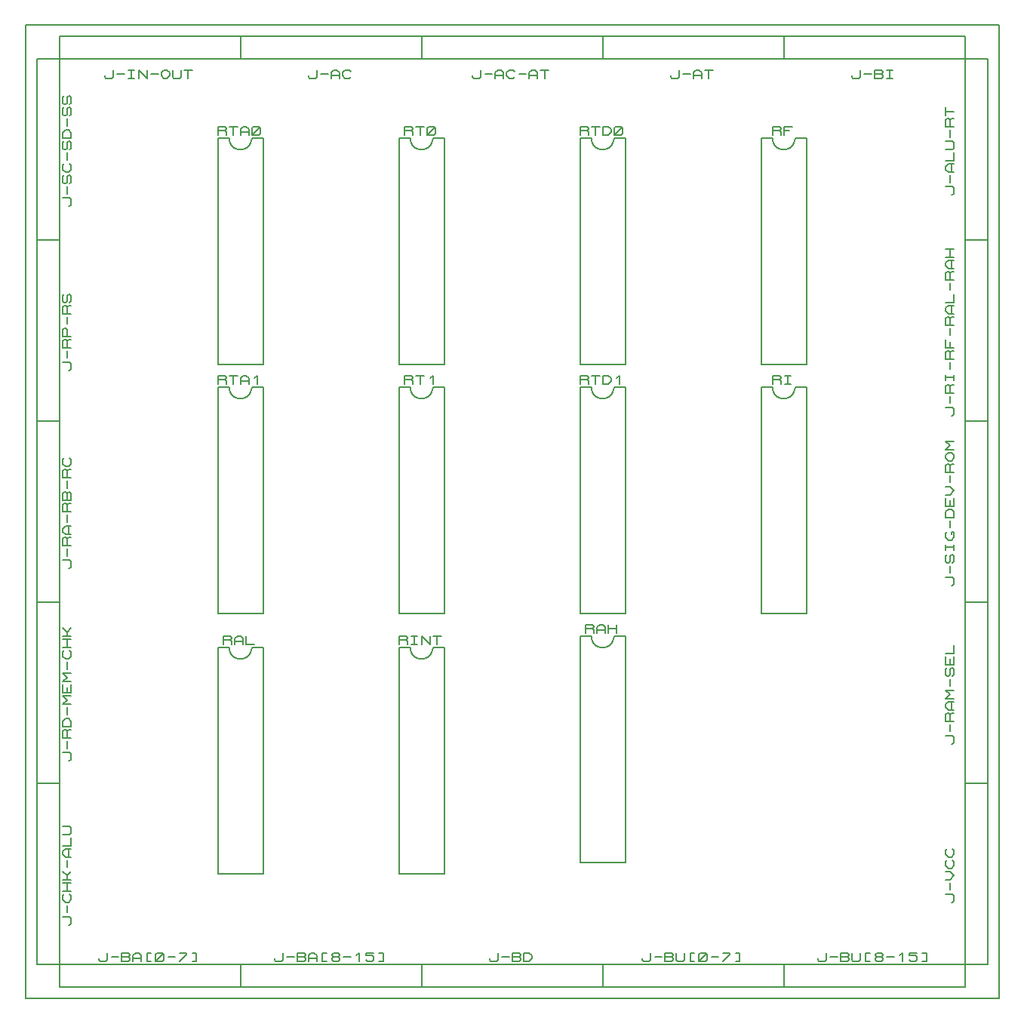
<source format=gbr>
G04 PROTEUS GERBER X2 FILE*
%TF.GenerationSoftware,Labcenter,Proteus,8.13-SP0-Build31525*%
%TF.CreationDate,2022-07-18T16:40:46+00:00*%
%TF.FileFunction,Legend,Top*%
%TF.FilePolarity,Positive*%
%TF.Part,Single*%
%TF.SameCoordinates,{e24a2c9c-2edf-4d0d-b778-41e989ec9892}*%
%FSLAX45Y45*%
%MOMM*%
G01*
%TA.AperFunction,Profile*%
%ADD15C,0.203200*%
%TA.AperFunction,Material*%
%ADD16C,0.203200*%
%TD.AperFunction*%
D15*
X-5461000Y-5715000D02*
X+5461000Y-5715000D01*
X+5461000Y+5207000D01*
X-5461000Y+5207000D01*
X-5461000Y-5715000D01*
D16*
X-3048000Y+4826000D02*
X-1016000Y+4826000D01*
X-1016000Y+5080000D01*
X-3048000Y+5080000D01*
X-3048000Y+4826000D01*
X-2286000Y+4643120D02*
X-2286000Y+4627880D01*
X-2270125Y+4612640D01*
X-2206625Y+4612640D01*
X-2190750Y+4627880D01*
X-2190750Y+4704080D01*
X-2143125Y+4658360D02*
X-2063750Y+4658360D01*
X-2032000Y+4612640D02*
X-2032000Y+4673600D01*
X-2000250Y+4704080D01*
X-1968500Y+4704080D01*
X-1936750Y+4673600D01*
X-1936750Y+4612640D01*
X-2032000Y+4643120D02*
X-1936750Y+4643120D01*
X-1809750Y+4627880D02*
X-1825625Y+4612640D01*
X-1873250Y+4612640D01*
X-1905000Y+4643120D01*
X-1905000Y+4673600D01*
X-1873250Y+4704080D01*
X-1825625Y+4704080D01*
X-1809750Y+4688840D01*
X-1016000Y+4826000D02*
X+1016000Y+4826000D01*
X+1016000Y+5080000D01*
X-1016000Y+5080000D01*
X-1016000Y+4826000D01*
X-444500Y+4643120D02*
X-444500Y+4627880D01*
X-428625Y+4612640D01*
X-365125Y+4612640D01*
X-349250Y+4627880D01*
X-349250Y+4704080D01*
X-301625Y+4658360D02*
X-222250Y+4658360D01*
X-190500Y+4612640D02*
X-190500Y+4673600D01*
X-158750Y+4704080D01*
X-127000Y+4704080D01*
X-95250Y+4673600D01*
X-95250Y+4612640D01*
X-190500Y+4643120D02*
X-95250Y+4643120D01*
X+31750Y+4627880D02*
X+15875Y+4612640D01*
X-31750Y+4612640D01*
X-63500Y+4643120D01*
X-63500Y+4673600D01*
X-31750Y+4704080D01*
X+15875Y+4704080D01*
X+31750Y+4688840D01*
X+79375Y+4658360D02*
X+158750Y+4658360D01*
X+190500Y+4612640D02*
X+190500Y+4673600D01*
X+222250Y+4704080D01*
X+254000Y+4704080D01*
X+285750Y+4673600D01*
X+285750Y+4612640D01*
X+190500Y+4643120D02*
X+285750Y+4643120D01*
X+317500Y+4704080D02*
X+412750Y+4704080D01*
X+365125Y+4704080D02*
X+365125Y+4612640D01*
X+1016000Y+4826000D02*
X+3048000Y+4826000D01*
X+3048000Y+5080000D01*
X+1016000Y+5080000D01*
X+1016000Y+4826000D01*
X+1778000Y+4643120D02*
X+1778000Y+4627880D01*
X+1793875Y+4612640D01*
X+1857375Y+4612640D01*
X+1873250Y+4627880D01*
X+1873250Y+4704080D01*
X+1920875Y+4658360D02*
X+2000250Y+4658360D01*
X+2032000Y+4612640D02*
X+2032000Y+4673600D01*
X+2063750Y+4704080D01*
X+2095500Y+4704080D01*
X+2127250Y+4673600D01*
X+2127250Y+4612640D01*
X+2032000Y+4643120D02*
X+2127250Y+4643120D01*
X+2159000Y+4704080D02*
X+2254250Y+4704080D01*
X+2206625Y+4704080D02*
X+2206625Y+4612640D01*
X+3048000Y+4826000D02*
X+5080000Y+4826000D01*
X+5080000Y+5080000D01*
X+3048000Y+5080000D01*
X+3048000Y+4826000D01*
X+3810000Y+4643120D02*
X+3810000Y+4627880D01*
X+3825875Y+4612640D01*
X+3889375Y+4612640D01*
X+3905250Y+4627880D01*
X+3905250Y+4704080D01*
X+3952875Y+4658360D02*
X+4032250Y+4658360D01*
X+4064000Y+4612640D02*
X+4064000Y+4704080D01*
X+4143375Y+4704080D01*
X+4159250Y+4688840D01*
X+4159250Y+4673600D01*
X+4143375Y+4658360D01*
X+4159250Y+4643120D01*
X+4159250Y+4627880D01*
X+4143375Y+4612640D01*
X+4064000Y+4612640D01*
X+4064000Y+4658360D02*
X+4143375Y+4658360D01*
X+4206875Y+4704080D02*
X+4270375Y+4704080D01*
X+4238625Y+4704080D02*
X+4238625Y+4612640D01*
X+4206875Y+4612640D02*
X+4270375Y+4612640D01*
X-5080000Y+4826000D02*
X-3048000Y+4826000D01*
X-3048000Y+5080000D01*
X-5080000Y+5080000D01*
X-5080000Y+4826000D01*
X-4572000Y+4643120D02*
X-4572000Y+4627880D01*
X-4556125Y+4612640D01*
X-4492625Y+4612640D01*
X-4476750Y+4627880D01*
X-4476750Y+4704080D01*
X-4429125Y+4658360D02*
X-4349750Y+4658360D01*
X-4302125Y+4704080D02*
X-4238625Y+4704080D01*
X-4270375Y+4704080D02*
X-4270375Y+4612640D01*
X-4302125Y+4612640D02*
X-4238625Y+4612640D01*
X-4191000Y+4612640D02*
X-4191000Y+4704080D01*
X-4095750Y+4612640D01*
X-4095750Y+4704080D01*
X-4048125Y+4658360D02*
X-3968750Y+4658360D01*
X-3937000Y+4673600D02*
X-3905250Y+4704080D01*
X-3873500Y+4704080D01*
X-3841750Y+4673600D01*
X-3841750Y+4643120D01*
X-3873500Y+4612640D01*
X-3905250Y+4612640D01*
X-3937000Y+4643120D01*
X-3937000Y+4673600D01*
X-3810000Y+4704080D02*
X-3810000Y+4627880D01*
X-3794125Y+4612640D01*
X-3730625Y+4612640D01*
X-3714750Y+4627880D01*
X-3714750Y+4704080D01*
X-3683000Y+4704080D02*
X-3587750Y+4704080D01*
X-3635375Y+4704080D02*
X-3635375Y+4612640D01*
X-5080000Y-5588000D02*
X-3048000Y-5588000D01*
X-3048000Y-5334000D01*
X-5080000Y-5334000D01*
X-5080000Y-5588000D01*
X-4635500Y-5262880D02*
X-4635500Y-5278120D01*
X-4619625Y-5293360D01*
X-4556125Y-5293360D01*
X-4540250Y-5278120D01*
X-4540250Y-5201920D01*
X-4492625Y-5247640D02*
X-4413250Y-5247640D01*
X-4381500Y-5293360D02*
X-4381500Y-5201920D01*
X-4302125Y-5201920D01*
X-4286250Y-5217160D01*
X-4286250Y-5232400D01*
X-4302125Y-5247640D01*
X-4286250Y-5262880D01*
X-4286250Y-5278120D01*
X-4302125Y-5293360D01*
X-4381500Y-5293360D01*
X-4381500Y-5247640D02*
X-4302125Y-5247640D01*
X-4254500Y-5293360D02*
X-4254500Y-5232400D01*
X-4222750Y-5201920D01*
X-4191000Y-5201920D01*
X-4159250Y-5232400D01*
X-4159250Y-5293360D01*
X-4254500Y-5262880D02*
X-4159250Y-5262880D01*
X-4048125Y-5201920D02*
X-4095750Y-5201920D01*
X-4095750Y-5293360D01*
X-4048125Y-5293360D01*
X-4000500Y-5278120D02*
X-4000500Y-5217160D01*
X-3984625Y-5201920D01*
X-3921125Y-5201920D01*
X-3905250Y-5217160D01*
X-3905250Y-5278120D01*
X-3921125Y-5293360D01*
X-3984625Y-5293360D01*
X-4000500Y-5278120D01*
X-4000500Y-5293360D02*
X-3905250Y-5201920D01*
X-3857625Y-5247640D02*
X-3778250Y-5247640D01*
X-3730625Y-5201920D02*
X-3651250Y-5201920D01*
X-3651250Y-5217160D01*
X-3730625Y-5293360D01*
X-3587750Y-5201920D02*
X-3540125Y-5201920D01*
X-3540125Y-5293360D01*
X-3587750Y-5293360D01*
X-3048000Y-5588000D02*
X-1016000Y-5588000D01*
X-1016000Y-5334000D01*
X-3048000Y-5334000D01*
X-3048000Y-5588000D01*
X-2667000Y-5262880D02*
X-2667000Y-5278120D01*
X-2651125Y-5293360D01*
X-2587625Y-5293360D01*
X-2571750Y-5278120D01*
X-2571750Y-5201920D01*
X-2524125Y-5247640D02*
X-2444750Y-5247640D01*
X-2413000Y-5293360D02*
X-2413000Y-5201920D01*
X-2333625Y-5201920D01*
X-2317750Y-5217160D01*
X-2317750Y-5232400D01*
X-2333625Y-5247640D01*
X-2317750Y-5262880D01*
X-2317750Y-5278120D01*
X-2333625Y-5293360D01*
X-2413000Y-5293360D01*
X-2413000Y-5247640D02*
X-2333625Y-5247640D01*
X-2286000Y-5293360D02*
X-2286000Y-5232400D01*
X-2254250Y-5201920D01*
X-2222500Y-5201920D01*
X-2190750Y-5232400D01*
X-2190750Y-5293360D01*
X-2286000Y-5262880D02*
X-2190750Y-5262880D01*
X-2079625Y-5201920D02*
X-2127250Y-5201920D01*
X-2127250Y-5293360D01*
X-2079625Y-5293360D01*
X-2000250Y-5247640D02*
X-2016125Y-5232400D01*
X-2016125Y-5217160D01*
X-2000250Y-5201920D01*
X-1952625Y-5201920D01*
X-1936750Y-5217160D01*
X-1936750Y-5232400D01*
X-1952625Y-5247640D01*
X-2000250Y-5247640D01*
X-2016125Y-5262880D01*
X-2016125Y-5278120D01*
X-2000250Y-5293360D01*
X-1952625Y-5293360D01*
X-1936750Y-5278120D01*
X-1936750Y-5262880D01*
X-1952625Y-5247640D01*
X-1889125Y-5247640D02*
X-1809750Y-5247640D01*
X-1746250Y-5232400D02*
X-1714500Y-5201920D01*
X-1714500Y-5293360D01*
X-1555750Y-5201920D02*
X-1635125Y-5201920D01*
X-1635125Y-5232400D01*
X-1571625Y-5232400D01*
X-1555750Y-5247640D01*
X-1555750Y-5278120D01*
X-1571625Y-5293360D01*
X-1619250Y-5293360D01*
X-1635125Y-5278120D01*
X-1492250Y-5201920D02*
X-1444625Y-5201920D01*
X-1444625Y-5293360D01*
X-1492250Y-5293360D01*
X-1016000Y-5588000D02*
X+1016000Y-5588000D01*
X+1016000Y-5334000D01*
X-1016000Y-5334000D01*
X-1016000Y-5588000D01*
X-254000Y-5262880D02*
X-254000Y-5278120D01*
X-238125Y-5293360D01*
X-174625Y-5293360D01*
X-158750Y-5278120D01*
X-158750Y-5201920D01*
X-111125Y-5247640D02*
X-31750Y-5247640D01*
X+0Y-5293360D02*
X+0Y-5201920D01*
X+79375Y-5201920D01*
X+95250Y-5217160D01*
X+95250Y-5232400D01*
X+79375Y-5247640D01*
X+95250Y-5262880D01*
X+95250Y-5278120D01*
X+79375Y-5293360D01*
X+0Y-5293360D01*
X+0Y-5247640D02*
X+79375Y-5247640D01*
X+127000Y-5293360D02*
X+127000Y-5201920D01*
X+190500Y-5201920D01*
X+222250Y-5232400D01*
X+222250Y-5262880D01*
X+190500Y-5293360D01*
X+127000Y-5293360D01*
X+1016000Y-5588000D02*
X+3048000Y-5588000D01*
X+3048000Y-5334000D01*
X+1016000Y-5334000D01*
X+1016000Y-5588000D01*
X+1460500Y-5262880D02*
X+1460500Y-5278120D01*
X+1476375Y-5293360D01*
X+1539875Y-5293360D01*
X+1555750Y-5278120D01*
X+1555750Y-5201920D01*
X+1603375Y-5247640D02*
X+1682750Y-5247640D01*
X+1714500Y-5293360D02*
X+1714500Y-5201920D01*
X+1793875Y-5201920D01*
X+1809750Y-5217160D01*
X+1809750Y-5232400D01*
X+1793875Y-5247640D01*
X+1809750Y-5262880D01*
X+1809750Y-5278120D01*
X+1793875Y-5293360D01*
X+1714500Y-5293360D01*
X+1714500Y-5247640D02*
X+1793875Y-5247640D01*
X+1841500Y-5201920D02*
X+1841500Y-5278120D01*
X+1857375Y-5293360D01*
X+1920875Y-5293360D01*
X+1936750Y-5278120D01*
X+1936750Y-5201920D01*
X+2047875Y-5201920D02*
X+2000250Y-5201920D01*
X+2000250Y-5293360D01*
X+2047875Y-5293360D01*
X+2095500Y-5278120D02*
X+2095500Y-5217160D01*
X+2111375Y-5201920D01*
X+2174875Y-5201920D01*
X+2190750Y-5217160D01*
X+2190750Y-5278120D01*
X+2174875Y-5293360D01*
X+2111375Y-5293360D01*
X+2095500Y-5278120D01*
X+2095500Y-5293360D02*
X+2190750Y-5201920D01*
X+2238375Y-5247640D02*
X+2317750Y-5247640D01*
X+2365375Y-5201920D02*
X+2444750Y-5201920D01*
X+2444750Y-5217160D01*
X+2365375Y-5293360D01*
X+2508250Y-5201920D02*
X+2555875Y-5201920D01*
X+2555875Y-5293360D01*
X+2508250Y-5293360D01*
X+3048000Y-5588000D02*
X+5080000Y-5588000D01*
X+5080000Y-5334000D01*
X+3048000Y-5334000D01*
X+3048000Y-5588000D01*
X+3429000Y-5262880D02*
X+3429000Y-5278120D01*
X+3444875Y-5293360D01*
X+3508375Y-5293360D01*
X+3524250Y-5278120D01*
X+3524250Y-5201920D01*
X+3571875Y-5247640D02*
X+3651250Y-5247640D01*
X+3683000Y-5293360D02*
X+3683000Y-5201920D01*
X+3762375Y-5201920D01*
X+3778250Y-5217160D01*
X+3778250Y-5232400D01*
X+3762375Y-5247640D01*
X+3778250Y-5262880D01*
X+3778250Y-5278120D01*
X+3762375Y-5293360D01*
X+3683000Y-5293360D01*
X+3683000Y-5247640D02*
X+3762375Y-5247640D01*
X+3810000Y-5201920D02*
X+3810000Y-5278120D01*
X+3825875Y-5293360D01*
X+3889375Y-5293360D01*
X+3905250Y-5278120D01*
X+3905250Y-5201920D01*
X+4016375Y-5201920D02*
X+3968750Y-5201920D01*
X+3968750Y-5293360D01*
X+4016375Y-5293360D01*
X+4095750Y-5247640D02*
X+4079875Y-5232400D01*
X+4079875Y-5217160D01*
X+4095750Y-5201920D01*
X+4143375Y-5201920D01*
X+4159250Y-5217160D01*
X+4159250Y-5232400D01*
X+4143375Y-5247640D01*
X+4095750Y-5247640D01*
X+4079875Y-5262880D01*
X+4079875Y-5278120D01*
X+4095750Y-5293360D01*
X+4143375Y-5293360D01*
X+4159250Y-5278120D01*
X+4159250Y-5262880D01*
X+4143375Y-5247640D01*
X+4206875Y-5247640D02*
X+4286250Y-5247640D01*
X+4349750Y-5232400D02*
X+4381500Y-5201920D01*
X+4381500Y-5293360D01*
X+4540250Y-5201920D02*
X+4460875Y-5201920D01*
X+4460875Y-5232400D01*
X+4524375Y-5232400D01*
X+4540250Y-5247640D01*
X+4540250Y-5278120D01*
X+4524375Y-5293360D01*
X+4476750Y-5293360D01*
X+4460875Y-5278120D01*
X+4603750Y-5201920D02*
X+4651375Y-5201920D01*
X+4651375Y-5293360D01*
X+4603750Y-5293360D01*
X-5334000Y+2794000D02*
X-5080000Y+2794000D01*
X-5080000Y+4826000D01*
X-5334000Y+4826000D01*
X-5334000Y+2794000D01*
X-4978400Y+3175000D02*
X-4963160Y+3175000D01*
X-4947920Y+3190875D01*
X-4947920Y+3254375D01*
X-4963160Y+3270250D01*
X-5039360Y+3270250D01*
X-4993640Y+3317875D02*
X-4993640Y+3397250D01*
X-4963160Y+3429000D02*
X-4947920Y+3444875D01*
X-4947920Y+3508375D01*
X-4963160Y+3524250D01*
X-4978400Y+3524250D01*
X-4993640Y+3508375D01*
X-4993640Y+3444875D01*
X-5008880Y+3429000D01*
X-5024120Y+3429000D01*
X-5039360Y+3444875D01*
X-5039360Y+3508375D01*
X-5024120Y+3524250D01*
X-4963160Y+3651250D02*
X-4947920Y+3635375D01*
X-4947920Y+3587750D01*
X-4978400Y+3556000D01*
X-5008880Y+3556000D01*
X-5039360Y+3587750D01*
X-5039360Y+3635375D01*
X-5024120Y+3651250D01*
X-4993640Y+3698875D02*
X-4993640Y+3778250D01*
X-4963160Y+3810000D02*
X-4947920Y+3825875D01*
X-4947920Y+3889375D01*
X-4963160Y+3905250D01*
X-4978400Y+3905250D01*
X-4993640Y+3889375D01*
X-4993640Y+3825875D01*
X-5008880Y+3810000D01*
X-5024120Y+3810000D01*
X-5039360Y+3825875D01*
X-5039360Y+3889375D01*
X-5024120Y+3905250D01*
X-4947920Y+3937000D02*
X-5039360Y+3937000D01*
X-5039360Y+4000500D01*
X-5008880Y+4032250D01*
X-4978400Y+4032250D01*
X-4947920Y+4000500D01*
X-4947920Y+3937000D01*
X-4993640Y+4079875D02*
X-4993640Y+4159250D01*
X-4963160Y+4191000D02*
X-4947920Y+4206875D01*
X-4947920Y+4270375D01*
X-4963160Y+4286250D01*
X-4978400Y+4286250D01*
X-4993640Y+4270375D01*
X-4993640Y+4206875D01*
X-5008880Y+4191000D01*
X-5024120Y+4191000D01*
X-5039360Y+4206875D01*
X-5039360Y+4270375D01*
X-5024120Y+4286250D01*
X-4963160Y+4318000D02*
X-4947920Y+4333875D01*
X-4947920Y+4397375D01*
X-4963160Y+4413250D01*
X-4978400Y+4413250D01*
X-4993640Y+4397375D01*
X-4993640Y+4333875D01*
X-5008880Y+4318000D01*
X-5024120Y+4318000D01*
X-5039360Y+4333875D01*
X-5039360Y+4397375D01*
X-5024120Y+4413250D01*
X-5334000Y+762000D02*
X-5080000Y+762000D01*
X-5080000Y+2794000D01*
X-5334000Y+2794000D01*
X-5334000Y+762000D01*
X-4978400Y+1333500D02*
X-4963160Y+1333500D01*
X-4947920Y+1349375D01*
X-4947920Y+1412875D01*
X-4963160Y+1428750D01*
X-5039360Y+1428750D01*
X-4993640Y+1476375D02*
X-4993640Y+1555750D01*
X-4947920Y+1587500D02*
X-5039360Y+1587500D01*
X-5039360Y+1666875D01*
X-5024120Y+1682750D01*
X-5008880Y+1682750D01*
X-4993640Y+1666875D01*
X-4993640Y+1587500D01*
X-4993640Y+1666875D02*
X-4978400Y+1682750D01*
X-4947920Y+1682750D01*
X-4947920Y+1714500D02*
X-5039360Y+1714500D01*
X-5039360Y+1793875D01*
X-5024120Y+1809750D01*
X-5008880Y+1809750D01*
X-4993640Y+1793875D01*
X-4993640Y+1714500D01*
X-4993640Y+1857375D02*
X-4993640Y+1936750D01*
X-4947920Y+1968500D02*
X-5039360Y+1968500D01*
X-5039360Y+2047875D01*
X-5024120Y+2063750D01*
X-5008880Y+2063750D01*
X-4993640Y+2047875D01*
X-4993640Y+1968500D01*
X-4993640Y+2047875D02*
X-4978400Y+2063750D01*
X-4947920Y+2063750D01*
X-4963160Y+2095500D02*
X-4947920Y+2111375D01*
X-4947920Y+2174875D01*
X-4963160Y+2190750D01*
X-4978400Y+2190750D01*
X-4993640Y+2174875D01*
X-4993640Y+2111375D01*
X-5008880Y+2095500D01*
X-5024120Y+2095500D01*
X-5039360Y+2111375D01*
X-5039360Y+2174875D01*
X-5024120Y+2190750D01*
X-5334000Y-1270000D02*
X-5080000Y-1270000D01*
X-5080000Y+762000D01*
X-5334000Y+762000D01*
X-5334000Y-1270000D01*
X-4978400Y-889000D02*
X-4963160Y-889000D01*
X-4947920Y-873125D01*
X-4947920Y-809625D01*
X-4963160Y-793750D01*
X-5039360Y-793750D01*
X-4993640Y-746125D02*
X-4993640Y-666750D01*
X-4947920Y-635000D02*
X-5039360Y-635000D01*
X-5039360Y-555625D01*
X-5024120Y-539750D01*
X-5008880Y-539750D01*
X-4993640Y-555625D01*
X-4993640Y-635000D01*
X-4993640Y-555625D02*
X-4978400Y-539750D01*
X-4947920Y-539750D01*
X-4947920Y-508000D02*
X-5008880Y-508000D01*
X-5039360Y-476250D01*
X-5039360Y-444500D01*
X-5008880Y-412750D01*
X-4947920Y-412750D01*
X-4978400Y-508000D02*
X-4978400Y-412750D01*
X-4993640Y-365125D02*
X-4993640Y-285750D01*
X-4947920Y-254000D02*
X-5039360Y-254000D01*
X-5039360Y-174625D01*
X-5024120Y-158750D01*
X-5008880Y-158750D01*
X-4993640Y-174625D01*
X-4993640Y-254000D01*
X-4993640Y-174625D02*
X-4978400Y-158750D01*
X-4947920Y-158750D01*
X-4947920Y-127000D02*
X-5039360Y-127000D01*
X-5039360Y-47625D01*
X-5024120Y-31750D01*
X-5008880Y-31750D01*
X-4993640Y-47625D01*
X-4978400Y-31750D01*
X-4963160Y-31750D01*
X-4947920Y-47625D01*
X-4947920Y-127000D01*
X-4993640Y-127000D02*
X-4993640Y-47625D01*
X-4993640Y+15875D02*
X-4993640Y+95250D01*
X-4947920Y+127000D02*
X-5039360Y+127000D01*
X-5039360Y+206375D01*
X-5024120Y+222250D01*
X-5008880Y+222250D01*
X-4993640Y+206375D01*
X-4993640Y+127000D01*
X-4993640Y+206375D02*
X-4978400Y+222250D01*
X-4947920Y+222250D01*
X-4963160Y+349250D02*
X-4947920Y+333375D01*
X-4947920Y+285750D01*
X-4978400Y+254000D01*
X-5008880Y+254000D01*
X-5039360Y+285750D01*
X-5039360Y+333375D01*
X-5024120Y+349250D01*
X-5334000Y-3302000D02*
X-5080000Y-3302000D01*
X-5080000Y-1270000D01*
X-5334000Y-1270000D01*
X-5334000Y-3302000D01*
X-4978400Y-3048000D02*
X-4963160Y-3048000D01*
X-4947920Y-3032125D01*
X-4947920Y-2968625D01*
X-4963160Y-2952750D01*
X-5039360Y-2952750D01*
X-4993640Y-2905125D02*
X-4993640Y-2825750D01*
X-4947920Y-2794000D02*
X-5039360Y-2794000D01*
X-5039360Y-2714625D01*
X-5024120Y-2698750D01*
X-5008880Y-2698750D01*
X-4993640Y-2714625D01*
X-4993640Y-2794000D01*
X-4993640Y-2714625D02*
X-4978400Y-2698750D01*
X-4947920Y-2698750D01*
X-4947920Y-2667000D02*
X-5039360Y-2667000D01*
X-5039360Y-2603500D01*
X-5008880Y-2571750D01*
X-4978400Y-2571750D01*
X-4947920Y-2603500D01*
X-4947920Y-2667000D01*
X-4993640Y-2524125D02*
X-4993640Y-2444750D01*
X-4947920Y-2413000D02*
X-5039360Y-2413000D01*
X-4993640Y-2365375D01*
X-5039360Y-2317750D01*
X-4947920Y-2317750D01*
X-4947920Y-2190750D02*
X-4947920Y-2286000D01*
X-5039360Y-2286000D01*
X-5039360Y-2190750D01*
X-4993640Y-2286000D02*
X-4993640Y-2222500D01*
X-4947920Y-2159000D02*
X-5039360Y-2159000D01*
X-4993640Y-2111375D01*
X-5039360Y-2063750D01*
X-4947920Y-2063750D01*
X-4993640Y-2016125D02*
X-4993640Y-1936750D01*
X-4963160Y-1809750D02*
X-4947920Y-1825625D01*
X-4947920Y-1873250D01*
X-4978400Y-1905000D01*
X-5008880Y-1905000D01*
X-5039360Y-1873250D01*
X-5039360Y-1825625D01*
X-5024120Y-1809750D01*
X-4947920Y-1778000D02*
X-5039360Y-1778000D01*
X-5039360Y-1682750D02*
X-4947920Y-1682750D01*
X-4993640Y-1778000D02*
X-4993640Y-1682750D01*
X-5039360Y-1651000D02*
X-4947920Y-1651000D01*
X-5039360Y-1555750D02*
X-4993640Y-1603375D01*
X-4947920Y-1555750D01*
X-4993640Y-1651000D02*
X-4993640Y-1603375D01*
X-5334000Y-5334000D02*
X-5080000Y-5334000D01*
X-5080000Y-3302000D01*
X-5334000Y-3302000D01*
X-5334000Y-5334000D01*
X-4978400Y-4889500D02*
X-4963160Y-4889500D01*
X-4947920Y-4873625D01*
X-4947920Y-4810125D01*
X-4963160Y-4794250D01*
X-5039360Y-4794250D01*
X-4993640Y-4746625D02*
X-4993640Y-4667250D01*
X-4963160Y-4540250D02*
X-4947920Y-4556125D01*
X-4947920Y-4603750D01*
X-4978400Y-4635500D01*
X-5008880Y-4635500D01*
X-5039360Y-4603750D01*
X-5039360Y-4556125D01*
X-5024120Y-4540250D01*
X-4947920Y-4508500D02*
X-5039360Y-4508500D01*
X-5039360Y-4413250D02*
X-4947920Y-4413250D01*
X-4993640Y-4508500D02*
X-4993640Y-4413250D01*
X-5039360Y-4381500D02*
X-4947920Y-4381500D01*
X-5039360Y-4286250D02*
X-4993640Y-4333875D01*
X-4947920Y-4286250D01*
X-4993640Y-4381500D02*
X-4993640Y-4333875D01*
X-4993640Y-4238625D02*
X-4993640Y-4159250D01*
X-4947920Y-4127500D02*
X-5008880Y-4127500D01*
X-5039360Y-4095750D01*
X-5039360Y-4064000D01*
X-5008880Y-4032250D01*
X-4947920Y-4032250D01*
X-4978400Y-4127500D02*
X-4978400Y-4032250D01*
X-5039360Y-4000500D02*
X-4947920Y-4000500D01*
X-4947920Y-3905250D01*
X-5039360Y-3873500D02*
X-4963160Y-3873500D01*
X-4947920Y-3857625D01*
X-4947920Y-3794125D01*
X-4963160Y-3778250D01*
X-5039360Y-3778250D01*
X+5080000Y+2794000D02*
X+5334000Y+2794000D01*
X+5334000Y+4826000D01*
X+5080000Y+4826000D01*
X+5080000Y+2794000D01*
X+4927600Y+3302000D02*
X+4942840Y+3302000D01*
X+4958080Y+3317875D01*
X+4958080Y+3381375D01*
X+4942840Y+3397250D01*
X+4866640Y+3397250D01*
X+4912360Y+3444875D02*
X+4912360Y+3524250D01*
X+4958080Y+3556000D02*
X+4897120Y+3556000D01*
X+4866640Y+3587750D01*
X+4866640Y+3619500D01*
X+4897120Y+3651250D01*
X+4958080Y+3651250D01*
X+4927600Y+3556000D02*
X+4927600Y+3651250D01*
X+4866640Y+3683000D02*
X+4958080Y+3683000D01*
X+4958080Y+3778250D01*
X+4866640Y+3810000D02*
X+4942840Y+3810000D01*
X+4958080Y+3825875D01*
X+4958080Y+3889375D01*
X+4942840Y+3905250D01*
X+4866640Y+3905250D01*
X+4912360Y+3952875D02*
X+4912360Y+4032250D01*
X+4958080Y+4064000D02*
X+4866640Y+4064000D01*
X+4866640Y+4143375D01*
X+4881880Y+4159250D01*
X+4897120Y+4159250D01*
X+4912360Y+4143375D01*
X+4912360Y+4064000D01*
X+4912360Y+4143375D02*
X+4927600Y+4159250D01*
X+4958080Y+4159250D01*
X+4866640Y+4191000D02*
X+4866640Y+4286250D01*
X+4866640Y+4238625D02*
X+4958080Y+4238625D01*
X+5080000Y+762000D02*
X+5334000Y+762000D01*
X+5334000Y+2794000D01*
X+5080000Y+2794000D01*
X+5080000Y+762000D01*
X+4927600Y+825500D02*
X+4942840Y+825500D01*
X+4958080Y+841375D01*
X+4958080Y+904875D01*
X+4942840Y+920750D01*
X+4866640Y+920750D01*
X+4912360Y+968375D02*
X+4912360Y+1047750D01*
X+4958080Y+1079500D02*
X+4866640Y+1079500D01*
X+4866640Y+1158875D01*
X+4881880Y+1174750D01*
X+4897120Y+1174750D01*
X+4912360Y+1158875D01*
X+4912360Y+1079500D01*
X+4912360Y+1158875D02*
X+4927600Y+1174750D01*
X+4958080Y+1174750D01*
X+4866640Y+1222375D02*
X+4866640Y+1285875D01*
X+4866640Y+1254125D02*
X+4958080Y+1254125D01*
X+4958080Y+1222375D02*
X+4958080Y+1285875D01*
X+4912360Y+1349375D02*
X+4912360Y+1428750D01*
X+4958080Y+1460500D02*
X+4866640Y+1460500D01*
X+4866640Y+1539875D01*
X+4881880Y+1555750D01*
X+4897120Y+1555750D01*
X+4912360Y+1539875D01*
X+4912360Y+1460500D01*
X+4912360Y+1539875D02*
X+4927600Y+1555750D01*
X+4958080Y+1555750D01*
X+4958080Y+1587500D02*
X+4866640Y+1587500D01*
X+4866640Y+1682750D01*
X+4912360Y+1587500D02*
X+4912360Y+1651000D01*
X+4912360Y+1730375D02*
X+4912360Y+1809750D01*
X+4958080Y+1841500D02*
X+4866640Y+1841500D01*
X+4866640Y+1920875D01*
X+4881880Y+1936750D01*
X+4897120Y+1936750D01*
X+4912360Y+1920875D01*
X+4912360Y+1841500D01*
X+4912360Y+1920875D02*
X+4927600Y+1936750D01*
X+4958080Y+1936750D01*
X+4958080Y+1968500D02*
X+4897120Y+1968500D01*
X+4866640Y+2000250D01*
X+4866640Y+2032000D01*
X+4897120Y+2063750D01*
X+4958080Y+2063750D01*
X+4927600Y+1968500D02*
X+4927600Y+2063750D01*
X+4866640Y+2095500D02*
X+4958080Y+2095500D01*
X+4958080Y+2190750D01*
X+4912360Y+2238375D02*
X+4912360Y+2317750D01*
X+4958080Y+2349500D02*
X+4866640Y+2349500D01*
X+4866640Y+2428875D01*
X+4881880Y+2444750D01*
X+4897120Y+2444750D01*
X+4912360Y+2428875D01*
X+4912360Y+2349500D01*
X+4912360Y+2428875D02*
X+4927600Y+2444750D01*
X+4958080Y+2444750D01*
X+4958080Y+2476500D02*
X+4897120Y+2476500D01*
X+4866640Y+2508250D01*
X+4866640Y+2540000D01*
X+4897120Y+2571750D01*
X+4958080Y+2571750D01*
X+4927600Y+2476500D02*
X+4927600Y+2571750D01*
X+4958080Y+2603500D02*
X+4866640Y+2603500D01*
X+4866640Y+2698750D02*
X+4958080Y+2698750D01*
X+4912360Y+2603500D02*
X+4912360Y+2698750D01*
X+5080000Y-1270000D02*
X+5334000Y-1270000D01*
X+5334000Y+762000D01*
X+5080000Y+762000D01*
X+5080000Y-1270000D01*
X+4927600Y-1079500D02*
X+4942840Y-1079500D01*
X+4958080Y-1063625D01*
X+4958080Y-1000125D01*
X+4942840Y-984250D01*
X+4866640Y-984250D01*
X+4912360Y-936625D02*
X+4912360Y-857250D01*
X+4942840Y-825500D02*
X+4958080Y-809625D01*
X+4958080Y-746125D01*
X+4942840Y-730250D01*
X+4927600Y-730250D01*
X+4912360Y-746125D01*
X+4912360Y-809625D01*
X+4897120Y-825500D01*
X+4881880Y-825500D01*
X+4866640Y-809625D01*
X+4866640Y-746125D01*
X+4881880Y-730250D01*
X+4866640Y-682625D02*
X+4866640Y-619125D01*
X+4866640Y-650875D02*
X+4958080Y-650875D01*
X+4958080Y-682625D02*
X+4958080Y-619125D01*
X+4927600Y-508000D02*
X+4927600Y-476250D01*
X+4958080Y-476250D01*
X+4958080Y-539750D01*
X+4927600Y-571500D01*
X+4897120Y-571500D01*
X+4866640Y-539750D01*
X+4866640Y-492125D01*
X+4881880Y-476250D01*
X+4912360Y-428625D02*
X+4912360Y-349250D01*
X+4958080Y-317500D02*
X+4866640Y-317500D01*
X+4866640Y-254000D01*
X+4897120Y-222250D01*
X+4927600Y-222250D01*
X+4958080Y-254000D01*
X+4958080Y-317500D01*
X+4958080Y-95250D02*
X+4958080Y-190500D01*
X+4866640Y-190500D01*
X+4866640Y-95250D01*
X+4912360Y-190500D02*
X+4912360Y-127000D01*
X+4866640Y-63500D02*
X+4912360Y-63500D01*
X+4958080Y-15875D01*
X+4912360Y+31750D01*
X+4866640Y+31750D01*
X+4912360Y+79375D02*
X+4912360Y+158750D01*
X+4958080Y+190500D02*
X+4866640Y+190500D01*
X+4866640Y+269875D01*
X+4881880Y+285750D01*
X+4897120Y+285750D01*
X+4912360Y+269875D01*
X+4912360Y+190500D01*
X+4912360Y+269875D02*
X+4927600Y+285750D01*
X+4958080Y+285750D01*
X+4897120Y+317500D02*
X+4866640Y+349250D01*
X+4866640Y+381000D01*
X+4897120Y+412750D01*
X+4927600Y+412750D01*
X+4958080Y+381000D01*
X+4958080Y+349250D01*
X+4927600Y+317500D01*
X+4897120Y+317500D01*
X+4958080Y+444500D02*
X+4866640Y+444500D01*
X+4912360Y+492125D01*
X+4866640Y+539750D01*
X+4958080Y+539750D01*
X+5080000Y-3302000D02*
X+5334000Y-3302000D01*
X+5334000Y-1270000D01*
X+5080000Y-1270000D01*
X+5080000Y-3302000D01*
X+4927600Y-2857500D02*
X+4942840Y-2857500D01*
X+4958080Y-2841625D01*
X+4958080Y-2778125D01*
X+4942840Y-2762250D01*
X+4866640Y-2762250D01*
X+4912360Y-2714625D02*
X+4912360Y-2635250D01*
X+4958080Y-2603500D02*
X+4866640Y-2603500D01*
X+4866640Y-2524125D01*
X+4881880Y-2508250D01*
X+4897120Y-2508250D01*
X+4912360Y-2524125D01*
X+4912360Y-2603500D01*
X+4912360Y-2524125D02*
X+4927600Y-2508250D01*
X+4958080Y-2508250D01*
X+4958080Y-2476500D02*
X+4897120Y-2476500D01*
X+4866640Y-2444750D01*
X+4866640Y-2413000D01*
X+4897120Y-2381250D01*
X+4958080Y-2381250D01*
X+4927600Y-2476500D02*
X+4927600Y-2381250D01*
X+4958080Y-2349500D02*
X+4866640Y-2349500D01*
X+4912360Y-2301875D01*
X+4866640Y-2254250D01*
X+4958080Y-2254250D01*
X+4912360Y-2206625D02*
X+4912360Y-2127250D01*
X+4942840Y-2095500D02*
X+4958080Y-2079625D01*
X+4958080Y-2016125D01*
X+4942840Y-2000250D01*
X+4927600Y-2000250D01*
X+4912360Y-2016125D01*
X+4912360Y-2079625D01*
X+4897120Y-2095500D01*
X+4881880Y-2095500D01*
X+4866640Y-2079625D01*
X+4866640Y-2016125D01*
X+4881880Y-2000250D01*
X+4958080Y-1873250D02*
X+4958080Y-1968500D01*
X+4866640Y-1968500D01*
X+4866640Y-1873250D01*
X+4912360Y-1968500D02*
X+4912360Y-1905000D01*
X+4866640Y-1841500D02*
X+4958080Y-1841500D01*
X+4958080Y-1746250D01*
X+5080000Y-5334000D02*
X+5334000Y-5334000D01*
X+5334000Y-3302000D01*
X+5080000Y-3302000D01*
X+5080000Y-5334000D01*
X+4927600Y-4635500D02*
X+4942840Y-4635500D01*
X+4958080Y-4619625D01*
X+4958080Y-4556125D01*
X+4942840Y-4540250D01*
X+4866640Y-4540250D01*
X+4912360Y-4492625D02*
X+4912360Y-4413250D01*
X+4866640Y-4381500D02*
X+4912360Y-4381500D01*
X+4958080Y-4333875D01*
X+4912360Y-4286250D01*
X+4866640Y-4286250D01*
X+4942840Y-4159250D02*
X+4958080Y-4175125D01*
X+4958080Y-4222750D01*
X+4927600Y-4254500D01*
X+4897120Y-4254500D01*
X+4866640Y-4222750D01*
X+4866640Y-4175125D01*
X+4881880Y-4159250D01*
X+4942840Y-4032250D02*
X+4958080Y-4048125D01*
X+4958080Y-4095750D01*
X+4927600Y-4127500D01*
X+4897120Y-4127500D01*
X+4866640Y-4095750D01*
X+4866640Y-4048125D01*
X+4881880Y-4032250D01*
X-3302000Y+3937000D02*
X-3175000Y+3937000D01*
X-3048000Y+3810000D02*
X-3022124Y+3812436D01*
X-2998152Y+3819485D01*
X-2976562Y+3830762D01*
X-2957830Y+3845878D01*
X-2942431Y+3864446D01*
X-2930842Y+3886081D01*
X-2923540Y+3910394D01*
X-2921000Y+3937000D01*
X-3048000Y+3810000D02*
X-3074606Y+3812436D01*
X-3098919Y+3819485D01*
X-3120554Y+3830762D01*
X-3139122Y+3845878D01*
X-3154238Y+3864446D01*
X-3165515Y+3886081D01*
X-3172564Y+3910394D01*
X-3175000Y+3937000D01*
X-2921000Y+3937000D02*
X-2794000Y+3937000D01*
X-3302000Y+1397000D02*
X-2794000Y+1397000D01*
X-3302000Y+3937000D02*
X-3302000Y+1397000D01*
X-2794000Y+3937000D02*
X-2794000Y+1397000D01*
X-3302000Y+3977640D02*
X-3302000Y+4069080D01*
X-3222625Y+4069080D01*
X-3206750Y+4053840D01*
X-3206750Y+4038600D01*
X-3222625Y+4023360D01*
X-3302000Y+4023360D01*
X-3222625Y+4023360D02*
X-3206750Y+4008120D01*
X-3206750Y+3977640D01*
X-3175000Y+4069080D02*
X-3079750Y+4069080D01*
X-3127375Y+4069080D02*
X-3127375Y+3977640D01*
X-3048000Y+3977640D02*
X-3048000Y+4038600D01*
X-3016250Y+4069080D01*
X-2984500Y+4069080D01*
X-2952750Y+4038600D01*
X-2952750Y+3977640D01*
X-3048000Y+4008120D02*
X-2952750Y+4008120D01*
X-2921000Y+3992880D02*
X-2921000Y+4053840D01*
X-2905125Y+4069080D01*
X-2841625Y+4069080D01*
X-2825750Y+4053840D01*
X-2825750Y+3992880D01*
X-2841625Y+3977640D01*
X-2905125Y+3977640D01*
X-2921000Y+3992880D01*
X-2921000Y+3977640D02*
X-2825750Y+4069080D01*
X-3302000Y+1143000D02*
X-3175000Y+1143000D01*
X-3048000Y+1016000D02*
X-3022124Y+1018436D01*
X-2998152Y+1025485D01*
X-2976562Y+1036762D01*
X-2957830Y+1051878D01*
X-2942431Y+1070446D01*
X-2930842Y+1092081D01*
X-2923540Y+1116394D01*
X-2921000Y+1143000D01*
X-3048000Y+1016000D02*
X-3074606Y+1018436D01*
X-3098919Y+1025485D01*
X-3120554Y+1036762D01*
X-3139122Y+1051878D01*
X-3154238Y+1070446D01*
X-3165515Y+1092081D01*
X-3172564Y+1116394D01*
X-3175000Y+1143000D01*
X-2921000Y+1143000D02*
X-2794000Y+1143000D01*
X-3302000Y-1397000D02*
X-2794000Y-1397000D01*
X-3302000Y+1143000D02*
X-3302000Y-1397000D01*
X-2794000Y+1143000D02*
X-2794000Y-1397000D01*
X-3302000Y+1183640D02*
X-3302000Y+1275080D01*
X-3222625Y+1275080D01*
X-3206750Y+1259840D01*
X-3206750Y+1244600D01*
X-3222625Y+1229360D01*
X-3302000Y+1229360D01*
X-3222625Y+1229360D02*
X-3206750Y+1214120D01*
X-3206750Y+1183640D01*
X-3175000Y+1275080D02*
X-3079750Y+1275080D01*
X-3127375Y+1275080D02*
X-3127375Y+1183640D01*
X-3048000Y+1183640D02*
X-3048000Y+1244600D01*
X-3016250Y+1275080D01*
X-2984500Y+1275080D01*
X-2952750Y+1244600D01*
X-2952750Y+1183640D01*
X-3048000Y+1214120D02*
X-2952750Y+1214120D01*
X-2889250Y+1244600D02*
X-2857500Y+1275080D01*
X-2857500Y+1183640D01*
X-1270000Y+3937000D02*
X-1143000Y+3937000D01*
X-1016000Y+3810000D02*
X-990124Y+3812436D01*
X-966152Y+3819485D01*
X-944562Y+3830762D01*
X-925830Y+3845878D01*
X-910431Y+3864446D01*
X-898842Y+3886081D01*
X-891540Y+3910394D01*
X-889000Y+3937000D01*
X-1016000Y+3810000D02*
X-1042606Y+3812436D01*
X-1066919Y+3819485D01*
X-1088554Y+3830762D01*
X-1107122Y+3845878D01*
X-1122238Y+3864446D01*
X-1133515Y+3886081D01*
X-1140564Y+3910394D01*
X-1143000Y+3937000D01*
X-889000Y+3937000D02*
X-762000Y+3937000D01*
X-1270000Y+1397000D02*
X-762000Y+1397000D01*
X-1270000Y+3937000D02*
X-1270000Y+1397000D01*
X-762000Y+3937000D02*
X-762000Y+1397000D01*
X-1206500Y+3977640D02*
X-1206500Y+4069080D01*
X-1127125Y+4069080D01*
X-1111250Y+4053840D01*
X-1111250Y+4038600D01*
X-1127125Y+4023360D01*
X-1206500Y+4023360D01*
X-1127125Y+4023360D02*
X-1111250Y+4008120D01*
X-1111250Y+3977640D01*
X-1079500Y+4069080D02*
X-984250Y+4069080D01*
X-1031875Y+4069080D02*
X-1031875Y+3977640D01*
X-952500Y+3992880D02*
X-952500Y+4053840D01*
X-936625Y+4069080D01*
X-873125Y+4069080D01*
X-857250Y+4053840D01*
X-857250Y+3992880D01*
X-873125Y+3977640D01*
X-936625Y+3977640D01*
X-952500Y+3992880D01*
X-952500Y+3977640D02*
X-857250Y+4069080D01*
X-1270000Y+1143000D02*
X-1143000Y+1143000D01*
X-1016000Y+1016000D02*
X-990124Y+1018436D01*
X-966152Y+1025485D01*
X-944562Y+1036762D01*
X-925830Y+1051878D01*
X-910431Y+1070446D01*
X-898842Y+1092081D01*
X-891540Y+1116394D01*
X-889000Y+1143000D01*
X-1016000Y+1016000D02*
X-1042606Y+1018436D01*
X-1066919Y+1025485D01*
X-1088554Y+1036762D01*
X-1107122Y+1051878D01*
X-1122238Y+1070446D01*
X-1133515Y+1092081D01*
X-1140564Y+1116394D01*
X-1143000Y+1143000D01*
X-889000Y+1143000D02*
X-762000Y+1143000D01*
X-1270000Y-1397000D02*
X-762000Y-1397000D01*
X-1270000Y+1143000D02*
X-1270000Y-1397000D01*
X-762000Y+1143000D02*
X-762000Y-1397000D01*
X-1206500Y+1183640D02*
X-1206500Y+1275080D01*
X-1127125Y+1275080D01*
X-1111250Y+1259840D01*
X-1111250Y+1244600D01*
X-1127125Y+1229360D01*
X-1206500Y+1229360D01*
X-1127125Y+1229360D02*
X-1111250Y+1214120D01*
X-1111250Y+1183640D01*
X-1079500Y+1275080D02*
X-984250Y+1275080D01*
X-1031875Y+1275080D02*
X-1031875Y+1183640D01*
X-920750Y+1244600D02*
X-889000Y+1275080D01*
X-889000Y+1183640D01*
X+762000Y+3937000D02*
X+889000Y+3937000D01*
X+1016000Y+3810000D02*
X+1041876Y+3812436D01*
X+1065848Y+3819485D01*
X+1087438Y+3830762D01*
X+1106170Y+3845878D01*
X+1121569Y+3864446D01*
X+1133158Y+3886081D01*
X+1140460Y+3910394D01*
X+1143000Y+3937000D01*
X+1016000Y+3810000D02*
X+989394Y+3812436D01*
X+965081Y+3819485D01*
X+943446Y+3830762D01*
X+924878Y+3845878D01*
X+909762Y+3864446D01*
X+898485Y+3886081D01*
X+891436Y+3910394D01*
X+889000Y+3937000D01*
X+1143000Y+3937000D02*
X+1270000Y+3937000D01*
X+762000Y+1397000D02*
X+1270000Y+1397000D01*
X+762000Y+3937000D02*
X+762000Y+1397000D01*
X+1270000Y+3937000D02*
X+1270000Y+1397000D01*
X+762000Y+3977640D02*
X+762000Y+4069080D01*
X+841375Y+4069080D01*
X+857250Y+4053840D01*
X+857250Y+4038600D01*
X+841375Y+4023360D01*
X+762000Y+4023360D01*
X+841375Y+4023360D02*
X+857250Y+4008120D01*
X+857250Y+3977640D01*
X+889000Y+4069080D02*
X+984250Y+4069080D01*
X+936625Y+4069080D02*
X+936625Y+3977640D01*
X+1016000Y+3977640D02*
X+1016000Y+4069080D01*
X+1079500Y+4069080D01*
X+1111250Y+4038600D01*
X+1111250Y+4008120D01*
X+1079500Y+3977640D01*
X+1016000Y+3977640D01*
X+1143000Y+3992880D02*
X+1143000Y+4053840D01*
X+1158875Y+4069080D01*
X+1222375Y+4069080D01*
X+1238250Y+4053840D01*
X+1238250Y+3992880D01*
X+1222375Y+3977640D01*
X+1158875Y+3977640D01*
X+1143000Y+3992880D01*
X+1143000Y+3977640D02*
X+1238250Y+4069080D01*
X+762000Y+1143000D02*
X+889000Y+1143000D01*
X+1016000Y+1016000D02*
X+1041876Y+1018436D01*
X+1065848Y+1025485D01*
X+1087438Y+1036762D01*
X+1106170Y+1051878D01*
X+1121569Y+1070446D01*
X+1133158Y+1092081D01*
X+1140460Y+1116394D01*
X+1143000Y+1143000D01*
X+1016000Y+1016000D02*
X+989394Y+1018436D01*
X+965081Y+1025485D01*
X+943446Y+1036762D01*
X+924878Y+1051878D01*
X+909762Y+1070446D01*
X+898485Y+1092081D01*
X+891436Y+1116394D01*
X+889000Y+1143000D01*
X+1143000Y+1143000D02*
X+1270000Y+1143000D01*
X+762000Y-1397000D02*
X+1270000Y-1397000D01*
X+762000Y+1143000D02*
X+762000Y-1397000D01*
X+1270000Y+1143000D02*
X+1270000Y-1397000D01*
X+762000Y+1183640D02*
X+762000Y+1275080D01*
X+841375Y+1275080D01*
X+857250Y+1259840D01*
X+857250Y+1244600D01*
X+841375Y+1229360D01*
X+762000Y+1229360D01*
X+841375Y+1229360D02*
X+857250Y+1214120D01*
X+857250Y+1183640D01*
X+889000Y+1275080D02*
X+984250Y+1275080D01*
X+936625Y+1275080D02*
X+936625Y+1183640D01*
X+1016000Y+1183640D02*
X+1016000Y+1275080D01*
X+1079500Y+1275080D01*
X+1111250Y+1244600D01*
X+1111250Y+1214120D01*
X+1079500Y+1183640D01*
X+1016000Y+1183640D01*
X+1174750Y+1244600D02*
X+1206500Y+1275080D01*
X+1206500Y+1183640D01*
X-3302000Y-1778000D02*
X-3175000Y-1778000D01*
X-3048000Y-1905000D02*
X-3022124Y-1902564D01*
X-2998152Y-1895515D01*
X-2976562Y-1884238D01*
X-2957830Y-1869122D01*
X-2942431Y-1850554D01*
X-2930842Y-1828919D01*
X-2923540Y-1804606D01*
X-2921000Y-1778000D01*
X-3048000Y-1905000D02*
X-3074606Y-1902564D01*
X-3098919Y-1895515D01*
X-3120554Y-1884238D01*
X-3139122Y-1869122D01*
X-3154238Y-1850554D01*
X-3165515Y-1828919D01*
X-3172564Y-1804606D01*
X-3175000Y-1778000D01*
X-2921000Y-1778000D02*
X-2794000Y-1778000D01*
X-3302000Y-4318000D02*
X-2794000Y-4318000D01*
X-3302000Y-1778000D02*
X-3302000Y-4318000D01*
X-2794000Y-1778000D02*
X-2794000Y-4318000D01*
X-3238500Y-1737360D02*
X-3238500Y-1645920D01*
X-3159125Y-1645920D01*
X-3143250Y-1661160D01*
X-3143250Y-1676400D01*
X-3159125Y-1691640D01*
X-3238500Y-1691640D01*
X-3159125Y-1691640D02*
X-3143250Y-1706880D01*
X-3143250Y-1737360D01*
X-3111500Y-1737360D02*
X-3111500Y-1676400D01*
X-3079750Y-1645920D01*
X-3048000Y-1645920D01*
X-3016250Y-1676400D01*
X-3016250Y-1737360D01*
X-3111500Y-1706880D02*
X-3016250Y-1706880D01*
X-2984500Y-1645920D02*
X-2984500Y-1737360D01*
X-2889250Y-1737360D01*
X+762000Y-1651000D02*
X+889000Y-1651000D01*
X+1016000Y-1778000D02*
X+1041876Y-1775564D01*
X+1065848Y-1768515D01*
X+1087438Y-1757238D01*
X+1106170Y-1742122D01*
X+1121569Y-1723554D01*
X+1133158Y-1701919D01*
X+1140460Y-1677606D01*
X+1143000Y-1651000D01*
X+1016000Y-1778000D02*
X+989394Y-1775564D01*
X+965081Y-1768515D01*
X+943446Y-1757238D01*
X+924878Y-1742122D01*
X+909762Y-1723554D01*
X+898485Y-1701919D01*
X+891436Y-1677606D01*
X+889000Y-1651000D01*
X+1143000Y-1651000D02*
X+1270000Y-1651000D01*
X+762000Y-4191000D02*
X+1270000Y-4191000D01*
X+762000Y-1651000D02*
X+762000Y-4191000D01*
X+1270000Y-1651000D02*
X+1270000Y-4191000D01*
X+825500Y-1610360D02*
X+825500Y-1518920D01*
X+904875Y-1518920D01*
X+920750Y-1534160D01*
X+920750Y-1549400D01*
X+904875Y-1564640D01*
X+825500Y-1564640D01*
X+904875Y-1564640D02*
X+920750Y-1579880D01*
X+920750Y-1610360D01*
X+952500Y-1610360D02*
X+952500Y-1549400D01*
X+984250Y-1518920D01*
X+1016000Y-1518920D01*
X+1047750Y-1549400D01*
X+1047750Y-1610360D01*
X+952500Y-1579880D02*
X+1047750Y-1579880D01*
X+1079500Y-1610360D02*
X+1079500Y-1518920D01*
X+1174750Y-1518920D02*
X+1174750Y-1610360D01*
X+1079500Y-1564640D02*
X+1174750Y-1564640D01*
X-1270000Y-1778000D02*
X-1143000Y-1778000D01*
X-1016000Y-1905000D02*
X-990124Y-1902564D01*
X-966152Y-1895515D01*
X-944562Y-1884238D01*
X-925830Y-1869122D01*
X-910431Y-1850554D01*
X-898842Y-1828919D01*
X-891540Y-1804606D01*
X-889000Y-1778000D01*
X-1016000Y-1905000D02*
X-1042606Y-1902564D01*
X-1066919Y-1895515D01*
X-1088554Y-1884238D01*
X-1107122Y-1869122D01*
X-1122238Y-1850554D01*
X-1133515Y-1828919D01*
X-1140564Y-1804606D01*
X-1143000Y-1778000D01*
X-889000Y-1778000D02*
X-762000Y-1778000D01*
X-1270000Y-4318000D02*
X-762000Y-4318000D01*
X-1270000Y-1778000D02*
X-1270000Y-4318000D01*
X-762000Y-1778000D02*
X-762000Y-4318000D01*
X-1270000Y-1737360D02*
X-1270000Y-1645920D01*
X-1190625Y-1645920D01*
X-1174750Y-1661160D01*
X-1174750Y-1676400D01*
X-1190625Y-1691640D01*
X-1270000Y-1691640D01*
X-1190625Y-1691640D02*
X-1174750Y-1706880D01*
X-1174750Y-1737360D01*
X-1127125Y-1645920D02*
X-1063625Y-1645920D01*
X-1095375Y-1645920D02*
X-1095375Y-1737360D01*
X-1127125Y-1737360D02*
X-1063625Y-1737360D01*
X-1016000Y-1737360D02*
X-1016000Y-1645920D01*
X-920750Y-1737360D01*
X-920750Y-1645920D01*
X-889000Y-1645920D02*
X-793750Y-1645920D01*
X-841375Y-1645920D02*
X-841375Y-1737360D01*
X+2794000Y+3937000D02*
X+2921000Y+3937000D01*
X+3048000Y+3810000D02*
X+3073876Y+3812436D01*
X+3097848Y+3819485D01*
X+3119438Y+3830762D01*
X+3138170Y+3845878D01*
X+3153569Y+3864446D01*
X+3165158Y+3886081D01*
X+3172460Y+3910394D01*
X+3175000Y+3937000D01*
X+3048000Y+3810000D02*
X+3021394Y+3812436D01*
X+2997081Y+3819485D01*
X+2975446Y+3830762D01*
X+2956878Y+3845878D01*
X+2941762Y+3864446D01*
X+2930485Y+3886081D01*
X+2923436Y+3910394D01*
X+2921000Y+3937000D01*
X+3175000Y+3937000D02*
X+3302000Y+3937000D01*
X+2794000Y+1397000D02*
X+3302000Y+1397000D01*
X+2794000Y+3937000D02*
X+2794000Y+1397000D01*
X+3302000Y+3937000D02*
X+3302000Y+1397000D01*
X+2921000Y+3977640D02*
X+2921000Y+4069080D01*
X+3000375Y+4069080D01*
X+3016250Y+4053840D01*
X+3016250Y+4038600D01*
X+3000375Y+4023360D01*
X+2921000Y+4023360D01*
X+3000375Y+4023360D02*
X+3016250Y+4008120D01*
X+3016250Y+3977640D01*
X+3048000Y+3977640D02*
X+3048000Y+4069080D01*
X+3143250Y+4069080D01*
X+3048000Y+4023360D02*
X+3111500Y+4023360D01*
X+2794000Y+1143000D02*
X+2921000Y+1143000D01*
X+3048000Y+1016000D02*
X+3073876Y+1018436D01*
X+3097848Y+1025485D01*
X+3119438Y+1036762D01*
X+3138170Y+1051878D01*
X+3153569Y+1070446D01*
X+3165158Y+1092081D01*
X+3172460Y+1116394D01*
X+3175000Y+1143000D01*
X+3048000Y+1016000D02*
X+3021394Y+1018436D01*
X+2997081Y+1025485D01*
X+2975446Y+1036762D01*
X+2956878Y+1051878D01*
X+2941762Y+1070446D01*
X+2930485Y+1092081D01*
X+2923436Y+1116394D01*
X+2921000Y+1143000D01*
X+3175000Y+1143000D02*
X+3302000Y+1143000D01*
X+2794000Y-1397000D02*
X+3302000Y-1397000D01*
X+2794000Y+1143000D02*
X+2794000Y-1397000D01*
X+3302000Y+1143000D02*
X+3302000Y-1397000D01*
X+2921000Y+1183640D02*
X+2921000Y+1275080D01*
X+3000375Y+1275080D01*
X+3016250Y+1259840D01*
X+3016250Y+1244600D01*
X+3000375Y+1229360D01*
X+2921000Y+1229360D01*
X+3000375Y+1229360D02*
X+3016250Y+1214120D01*
X+3016250Y+1183640D01*
X+3063875Y+1275080D02*
X+3127375Y+1275080D01*
X+3095625Y+1275080D02*
X+3095625Y+1183640D01*
X+3063875Y+1183640D02*
X+3127375Y+1183640D01*
M02*

</source>
